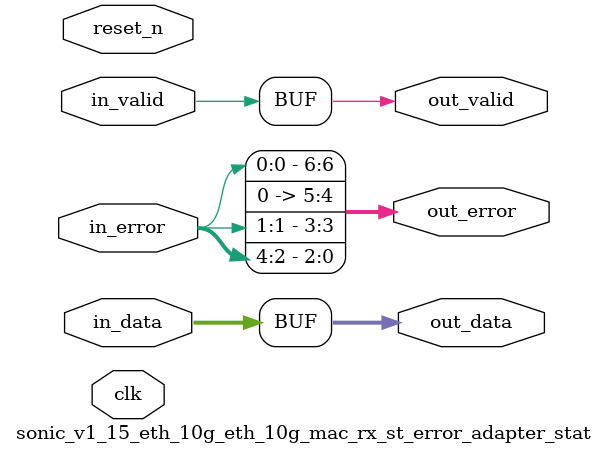
<source format=v>

`timescale 1ns / 100ps
module sonic_v1_15_eth_10g_eth_10g_mac_rx_st_error_adapter_stat (
    
      // Interface: clk
      input              clk,
      // Interface: reset
      input              reset_n,
      // Interface: in
      input              in_valid,
      input      [39: 0] in_data,
      input      [ 4: 0] in_error,
      // Interface: out
      output reg         out_valid,
      output reg [39: 0] out_data,
      output reg [ 6: 0] out_error
);



   // ---------------------------------------------------------------------
   //| Pass-through Mapping
   // ---------------------------------------------------------------------
   always @* begin
      out_valid = in_valid;
      out_data = in_data;

   end

   // ---------------------------------------------------------------------
   //| Error Mapping
   // ---------------------------------------------------------------------
   always @* begin
      out_error = 0;
      
      out_error[0] = in_error[2];   // undersize
      out_error[1] = in_error[3];   // oversize
      out_error[2] = in_error[4];   // payload_length
      out_error[3] = in_error[1];   // crc
      out_error[6] = in_error[0];   // phy
   

   end
endmodule
</source>
